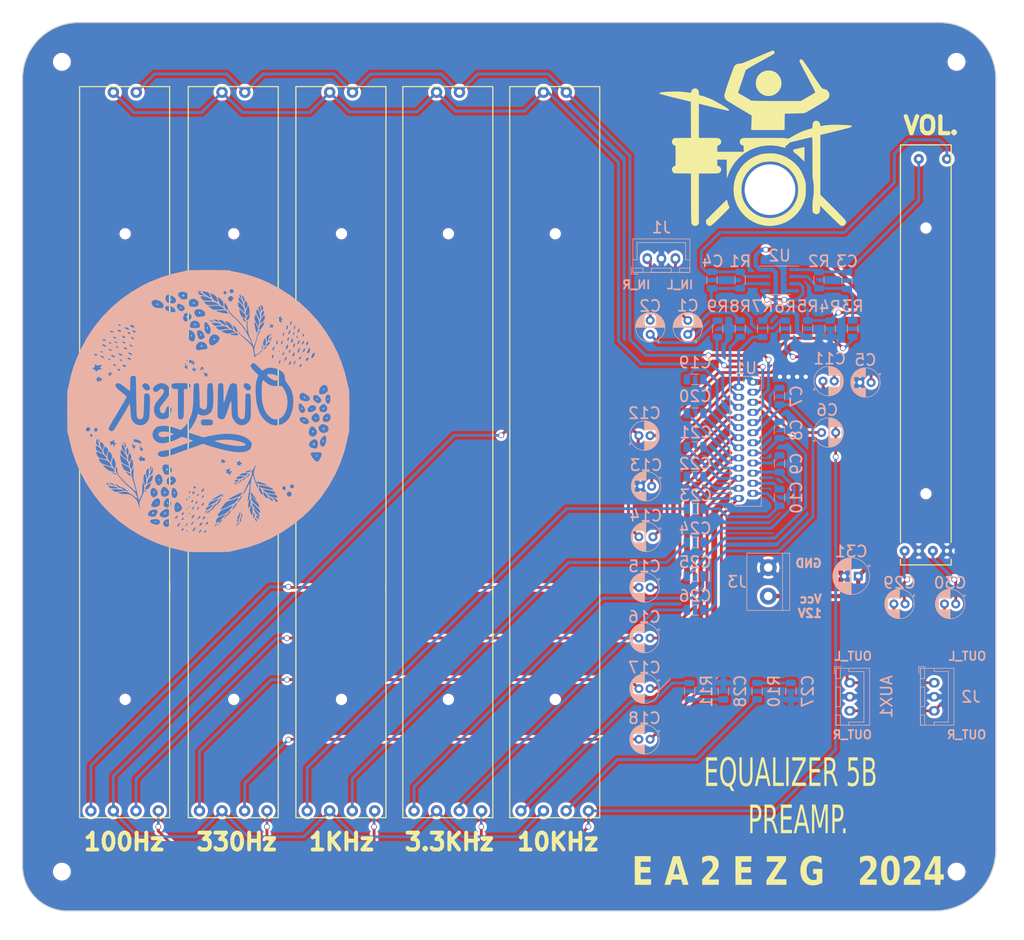
<source format=kicad_pcb>
(kicad_pcb (version 20221018) (generator pcbnew)
  (layers (0 "F.Cu" signal) (31 "B.Cu" signal) (34 "B.Paste" user) (35 "F.Paste" user) (36 "B.SilkS" user "B.Silkscreen") (37 "F.SilkS" user "F.Silkscreen") (38 "B.Mask" user) (39 "F.Mask" user) (44 "Edge.Cuts" user))
  (net 0 "")
  (net 1 "OUTL")
  (net 2 "GND")
  (net 3 "OUTR")
  (net 4 "Net-(C1-Pad1)")
  (net 5 "INL")
  (net 6 "Net-(C2-Pad1)")
  (net 7 "INR")
  (net 8 "Net-(C3-Pad1)")
  (net 9 "Net-(U2A--)")
  (net 10 "Net-(C4-Pad1)")
  (net 11 "Net-(U2B--)")
  (net 12 "Net-(U2A-+)")
  (net 13 "Net-(C6-Pad1)")
  (net 14 "Net-(C11-Pad1)")
  (net 15 "Net-(C7-Pad1)")
  (net 16 "Net-(C26-Pad1)")
  (net 17 "Net-(C25-Pad2)")
  (net 18 "Net-(C8-Pad2)")
  (net 19 "Net-(C9-Pad1)")
  (net 20 "Net-(C24-Pad1)")
  (net 21 "Net-(C10-Pad1)")
  (net 22 "Net-(C10-Pad2)")
  (net 23 "Net-(C11-Pad2)")
  (net 24 "Net-(C12-Pad1)")
  (net 25 "Net-(C12-Pad2)")
  (net 26 "Net-(C13-Pad1)")
  (net 27 "Net-(C14-Pad1)")
  (net 28 "Net-(C15-Pad1)")
  (net 29 "Net-(C15-Pad2)")
  (net 30 "Net-(C16-Pad1)")
  (net 31 "Net-(C16-Pad2)")
  (net 32 "Net-(C17-Pad1)")
  (net 33 "Net-(C17-Pad2)")
  (net 34 "Net-(C18-Pad1)")
  (net 35 "Net-(C18-Pad2)")
  (net 36 "Net-(C19-Pad2)")
  (net 37 "Net-(C20-Pad1)")
  (net 38 "Net-(C21-Pad2)")
  (net 39 "Net-(C22-Pad1)")
  (net 40 "Net-(C23-Pad1)")
  (net 41 "Net-(C24-Pad2)")
  (net 42 "Net-(C25-Pad1)")
  (net 43 "Net-(C26-Pad2)")
  (net 44 "Net-(C27-Pad1)")
  (net 45 "Net-(C28-Pad1)")
  (net 46 "Net-(C29-Pad1)")
  (net 47 "Net-(C30-Pad1)")
  (net 48 "VCC")
  (net 49 "Net-(R8-Pad2)")
  (net 50 "Net-(R9-Pad2)")
  (net 51 "Net-(R10-Pad1)")
  (net 52 "Net-(R11-Pad1)")
  (net 53 "Net-(RV1-Pad3)")
  (net 54 "Net-(RV1-Pad6)")
  (footprint "Libreria_Huellas_GG:Pot_Deslizante_Fader" (layer "F.Cu") (at 51.911 162.718)
    (fp_text reference "RV2" hide)
    (fp_text value "50K" hide)
  )
  (footprint "MountingHole:MountingHole_2.7mm_M2.5" (layer "F.Cu") (at 186.46 29.54)
    (fp_text reference "REF2" hide)
    (fp_text value "MountingHole_2.7mm_M2.5" hide)
  )
  (footprint "MountingHole:MountingHole_2.7mm_M2.5" (layer "F.Cu") (at 186.46 173.54)
    (fp_text reference "REF4" hide)
    (fp_text value "MountingHole_2.7mm_M2.5" hide)
  )
  (footprint "Libreria_Huellas_GG:Pot_Deslizante_Fader" (layer "F.Cu") (at 71.05 162.718)
    (fp_text reference "RV3" hide)
    (fp_text value "50K" hide)
  )
  (footprint "Libreria_Huellas_GG:Pot_Deslizante_Fader" (layer "F.Cu") (at 109.05 162.718)
    (fp_text reference "RV5" hide)
    (fp_text value "50K" hide)
  )
  (footprint "Libreria_Huellas_GG:Pot_Deslizante_Fader" (layer "F.Cu") (at 90.05 162.718)
    (fp_text reference "RV4" hide)
    (fp_text value "50K" hide)
  )
  (footprint "MountingHole:MountingHole_2.7mm_M2.5" (layer "F.Cu") (at 27.46 29.54)
    (fp_text reference "REF1" hide)
    (fp_text value "MountingHole_2.7mm_M2.5" hide)
  )
  (footprint "MountingHole:MountingHole_2.7mm_M2.5" (layer "F.Cu") (at 27.46 173.54)
    (fp_text reference "REF3" hide)
    (fp_text value "MountingHole_2.7mm_M2.5" hide)
  )
  (footprint "Libreria_Huellas_GG:Pot_Deslizante_Fader_Corto" (layer "F.Cu") (at 179.75 116.495)
    (fp_text reference "RV6" hide)
    (fp_text value "20K" hide)
  )
  (footprint "Libreria_Huellas_GG:Pot_Deslizante_Fader" (layer "F.Cu") (at 32.611 162.718)
    (fp_text reference "RV1" hide)
    (fp_text value "50K" hide)
  )
  (footprint "Libreria_Huellas_GG:Logo percusion" (layer "F.Cu") (at 150.762 43.126)
    (fp_text reference "G***" hide)
    (fp_text value "LOGO" hide)
  )
  (footprint "Capacitor_SMD:C_1206_3216Metric" (layer "B.Cu") (at 155 95 90)
    (fp_text reference "C8")
    (fp_text value "1nF")
  )
  (footprint "Capacitor_SMD:C_1206_3216Metric" (layer "B.Cu") (at 140 127 180)
    (fp_text reference "C26")
    (fp_text value "47nF")
  )
  (footprint "Huellas_GG:Oinutsik_Logo" (layer "B.Cu") (at 53.48 91.64 180)
    (fp_text reference "G***" hide)
    (fp_text value "LOGO" hide)
  )
  (footprint "Capacitor_THT:CP_Radial_D5.0mm_P2.00mm" (layer "B.Cu") (at 177.322 125.93 180)
    (fp_text reference "C29")
    (fp_text value "2.2uF")
  )
  (footprint "Resistor_SMD:R_1206_3216Metric" (layer "B.Cu") (at 168 77 90)
    (fp_text reference "R3")
    (fp_text value "4K7")
  )
  (footprint "Capacitor_SMD:C_1206_3216Metric" (layer "B.Cu") (at 140 92 180)
    (fp_text reference "C20")
    (fp_text value "33nF")
  )
  (footprint "Resistor_SMD:R_1206_3216Metric" (layer "B.Cu") (at 151.02 141.44 90)
    (fp_text reference "R10")
    (fp_text value "1K")
  )
  (footprint "Capacitor_SMD:C_1206_3216Metric" (layer "B.Cu") (at 155 101 -90)
    (fp_text reference "C9")
    (fp_text value "3.3nF")
  )
  (footprint "Capacitor_THT:CP_Radial_D5.0mm_P2.00mm" (layer "B.Cu") (at 132.014888 123 180)
    (fp_text reference "C15")
    (fp_text value "1uF")
  )
  (footprint "Capacitor_SMD:C_1206_3216Metric" (layer "B.Cu") (at 140 103.3 180)
    (fp_text reference "C22")
    (fp_text value "10nF")
  )
  (footprint "Capacitor_SMD:C_1206_3216Metric" (layer "B.Cu") (at 140 115 180)
    (fp_text reference "C24")
    (fp_text value "100nF")
  )
  (footprint "Capacitor_THT:CP_Radial_D5.0mm_P2.00mm" (layer "B.Cu") (at 132 150 180)
    (fp_text reference "C18")
    (fp_text value "0.47uF")
  )
  (footprint "Capacitor_THT:CP_Radial_D5.0mm_P2.00mm" (layer "B.Cu") (at 171.275113 86.56 180)
    (fp_text reference "C5")
    (fp_text value "10uF")
  )
  (footprint "Resistor_SMD:R_1206_3216Metric" (layer "B.Cu") (at 164 77 90)
    (fp_text reference "R4")
    (fp_text value "10k")
  )
  (footprint "Resistor_SMD:R_1206_3216Metric" (layer "B.Cu") (at 148 68.35 90)
    (fp_text reference "R1")
    (fp_text value "220K")
  )
  (footprint "Capacitor_THT:CP_Radial_D5.0mm_P2.50mm" (layer "B.Cu") (at 138.7 78 90)
    (fp_text reference "C1")
    (fp_text value "4.7uF")
  )
  (footprint "Capacitor_THT:CP_Radial_D5.0mm_P2.00mm" (layer "B.Cu") (at 132 141 180)
    (fp_text reference "C17")
    (fp_text value "0.47uF")
  )
  (footprint "Capacitor_THT:CP_Radial_D5.0mm_P2.00mm" (layer "B.Cu") (at 132.28 105 180)
    (fp_text reference "C13")
    (fp_text value "10uF")
  )
  (footprint "TerminalBlock:TerminalBlock_bornier-2_P5.08mm" (layer "B.Cu") (at 153 119.46 -90)
    (fp_text reference "J3")
    (fp_text value "Screw_Terminal_01x02")
  )
  (footprint "Capacitor_THT:CP_Radial_D5.0mm_P2.00mm" (layer "B.Cu") (at 131.984888 132 180)
    (fp_text reference "C16")
    (fp_text value "1uF")
  )
  (footprint "Resistor_SMD:R_1206_3216Metric" (layer "B.Cu") (at 160 77 -90)
    (fp_text reference "R5")
    (fp_text value "10k")
  )
  (footprint "Libreria_Huellas_GG:BA3822LS" (layer "B.Cu") (at 149 92.38 90)
    (fp_text reference "U1")
    (fp_text value "BA3822LS")
  )
  (footprint "Capacitor_THT:CP_Radial_D5.0mm_P2.00mm" (layer "B.Cu") (at 162.732 86.306)
    (fp_text reference "C11")
    (fp_text value "2.2uF")
  )
  (footprint "Resistor_SMD:R_1206_3216Metric" (layer "B.Cu") (at 139.02 141.44 -90)
    (fp_text reference "R11")
    (fp_text value "1K")
  )
  (footprint "Capacitor_THT:CP_Radial_D5.0mm_P2.50mm" (layer "B.Cu") (at 132.5 114 180)
    (fp_text reference "C14")
    (fp_text value "4.7uF")
  )
  (footprint "Capacitor_SMD:C_1206_3216Metric" (layer "B.Cu") (at 143 68.35 -90)
    (fp_text reference "C4")
    (fp_text value "22pF")
  )
  (footprint "Resistor_SMD:R_1206_3216Metric" (layer "B.Cu") (at 148 77 -90)
    (fp_text reference "R8")
    (fp_text value "2K2")
  )
  (footprint "Capacitor_SMD:C_1206_3216Metric" (layer "B.Cu") (at 167 68.44 -90)
    (fp_text reference "C3")
    (fp_text value "22pF")
  )
  (footprint "Capacitor_SMD:C_1206_3216Metric" (layer "B.Cu") (at 140 121 180)
    (fp_text reference "C25")
    (fp_text value "47nF")
  )
  (footprint "Capacitor_SMD:C_1206_3216Metric" (layer "B.Cu") (at 140 86 180)
    (fp_text reference "C19")
    (fp_text value "33nF")
  )
  (footprint "Resistor_SMD:R_1206_3216Metric" (layer "B.Cu") (at 144 77 -90)
    (fp_text reference "R9")
    (fp_text value "2K2")
  )
  (footprint "Capacitor_THT:CP_Radial_D5.0mm_P2.50mm" (layer "B.Cu") (at 162.486 95.45)
    (fp_text reference "C6")
    (fp_text value "4.7uF")
  )
  (footprint "Connector_JST:JST_XH_B3B-XH-AM_1x03_P2.50mm_Vertical" (layer "B.Cu") (at 131.5 64.525)
    (fp_text reference "J1")
    (fp_text value "Screw_Terminal_01x03" hide)
  )
  (footprint "Package_SO:SO-8_3.9x4.9mm_P1.27mm" (layer "B.Cu") (at 155.02 68.35 180)
    (fp_text reference "U2")
    (fp_text value "TL072")
  )
  (footprint "Capacitor_SMD:C_1206_3216Metric" (layer "B.Cu") (at 157.02 141.44 -90)
    (fp_text reference "C27")
    (fp_text value "22nF")
  )
  (footprint "Connector_JST:JST_XH_B3B-XH-AM_1x03_P2.50mm_Vertical" (layer "B.Cu") (at 167.495 139.94 -90)
    (fp_text reference "AUX1")
    (fp_text value "Screw_Terminal_01x03")
  )
  (footprint "Connector_JST:JST_XH_B3B-XH-AM_1x03_P2.50mm_Vertical" (layer "B.Cu") (at 182.495 139.94 -90)
    (fp_text reference "J2")
    (fp_text value "Screw_Terminal_01x03")
  )
  (footprint "Capacitor_THT:CP_Radial_D5.0mm_P2.00mm" (layer "B.Cu") (at 130 96)
    (fp_text reference "C12")
    (fp_text value "2.2uF")
  )
  (footprint "Resistor_SMD:R_1206_3216Metric" (layer "B.Cu") (at 156 77 90)
    (fp_text reference "R6")
    (fp_text value "4K7" hide)
  )
  (footprint "Capacitor_SMD:C_1206_3216Metric" (layer "B.Cu") (at 140 109)
    (fp_text reference "C23")
    (fp_text value "100nF")
  )
  (footprint "Capacitor_SMD:C_1206_3216Metric" (layer "B.Cu") (at 155 89 -90)
    (fp_text reference "C7")
    (fp_text value "1nF")
  )
  (footprint "Resistor_SMD:R_1206_3216Metric" (layer "B.Cu") (at 152 77 -90)
    (fp_text reference "R7")
    (fp_text value "220R")
  )
  (footprint "Capacitor_SMD:C_1206_3216Metric" (layer "B.Cu") (at 155 107 90)
    (fp_text reference "C10")
    (fp_text value "3.3nF")
  )
  (footprint "Resistor_SMD:R_1206_3216Metric" (layer "B.Cu") (at 162 68.35 90)
    (fp_text reference "R2")
    (fp_text value "220K")
  )
  (footprint "Capacitor_SMD:C_1206_3216Metric" (layer "B.Cu") (at 140 98)
    (fp_text reference "C21")
    (fp_text value "10nF")
  )
  (footprint "Capacitor_THT:CP_Radial_D6.3mm_P2.50mm" (layer "B.Cu") (at 169 121 180)
    (fp_text reference "C31")
    (fp_text value "100uF")
  )
  (footprint "Capacitor_SMD:C_1206_3216Metric" (layer "B.Cu") (at 145.02 141.44 90)
    (fp_text reference "C28")
    (fp_text value "22nF")
  )
  (footprint "Capacitor_THT:CP_Radial_D5.0mm_P2.00mm" (layer "B.Cu") (at 186.322 125.93 180)
    (fp_text reference "C30")
    (fp_text value "2.2uF")
  )
  (footprint "Capacitor_THT:CP_Radial_D5.0mm_P2.50mm" (layer "B.Cu") (at 132.02 78 90)
    (fp_text reference "C2")
    (fp_text value "4.7uF")
  )
  (gr_line (start 193.46 169.54) (end 193.46 32.54) (stroke (width 0.2)) (layer "Edge.Cuts"))
  (gr_arc (start 20.46 32.54) (mid 23.388932 25.468932) (end 30.46 22.54) (stroke (width 0.2)) (layer "Edge.Cuts"))
  (gr_line (start 28.46 180.54) (end 182.46 180.54) (stroke (width 0.2)) (layer "Edge.Cuts"))
  (gr_line (start 20.46 32.54) (end 20.46 172.54) (stroke (width 0.2)) (layer "Edge.Cuts"))
  (gr_arc (start 28.46 180.54) (mid 22.803146 178.196854) (end 20.46 172.54) (stroke (width 0.2)) (layer "Edge.Cuts"))
  (gr_arc (start 193.46 169.54) (mid 190.238175 177.318175) (end 182.46 180.54) (stroke (width 0.2)) (layer "Edge.Cuts"))
  (gr_line (start 30.46 22.54) (end 183.46 22.54) (stroke (width 0.2)) (layer "Edge.Cuts"))
  (gr_arc (start 183.46 22.54) (mid 190.531068 25.468932) (end 193.46 32.54) (stroke (width 0.2)) (layer "Edge.Cuts"))
  (gr_text "OUT_R" (at 191.91 150.06) (layer "B.SilkS") (effects (font (size 1.5 1.5) (thickness 0.3) bold) (justify left bottom mirror)))
  (gr_text "OUT_R" (at 171.59 150.06) (layer "B.SilkS") (effects (font (size 1.5 1.5) (thickness 0.3) bold) (justify left bottom mirror)))
  (gr_text "IN_R" (at 132.22 70.05) (layer "B.SilkS") (effects (font (size 1.5 1.5) (thickness 0.3) bold) (justify left bottom mirror)))
  (gr_text "12V" (at 162.7 128.47) (layer "B.SilkS") (effects (font (size 1.5 1.5) (thickness 0.375) bold) (justify left bottom mirror)))
  (gr_text "IN_L" (at 139.84 70.05) (layer "B.SilkS") (effects (font (size 1.5 1.5) (thickness 0.3) bold) (justify left bottom mirror)))
  (gr_text "." (at 146.19 109.42) (layer "B.SilkS") (effects (font (size 2 2) (thickness 0.3)) (justify left bottom mirror)))
  (gr_text "OUT_L\n" (at 171.59 136.09) (layer "B.SilkS") (effects (font (size 1.5 1.5) (thickness 0.3) bold) (justify left bottom mirror)))
  (gr_text "GND" (at 162.7 119.58) (layer "B.SilkS") (effects (font (size 1.5 1.5) (thickness 0.375) bold) (justify left bottom mirror)))
  (gr_text "Vcc" (at 162.7 125.93) (layer "B.SilkS") (effects (font (size 1.5 1.5) (thickness 0.375) bold) (justify left bottom mirror)))
  (gr_text "OUT_L\n" (at 191.91 136.09) (layer "B.SilkS") (effects (font (size 1.5 1.5) (thickness 0.3) bold) (justify left bottom mirror)))
  (gr_text "330Hz" (at 51 170) (layer "F.SilkS") (effects (font (size 3 3) (thickness 0.7) bold) (justify left bottom)))
  (gr_text "1KHz" (at 71 170) (layer "F.SilkS") (effects (font (size 3 3) (thickness 0.7) bold) (justify left bottom)))
  (gr_text "10KHz" (at 108 170) (layer "F.SilkS") (effects (font (size 3 3) (thickness 0.7) bold) (justify left bottom)))
  (gr_text "100Hz" (at 31 170) (layer "F.SilkS") (effects (font (size 3 3) (thickness 0.7) bold) (justify left bottom)))
  (gr_text "3.3KHz" (at 88 170) (layer "F.SilkS") (effects (font (size 3 3) (thickness 0.7) bold) (justify left bottom)))
  (gr_text "E A 2 E Z G   2024" (at 156.604 176.73) (layer "F.SilkS") (effects (font (size 5 4) (thickness 0.5) bold) (justify bottom)))
  (gr_text "EQUALIZER 5B \n PREAMP.\n \n  " (at 157.62 184.35) (layer "F.SilkS") (effects (font (size 5 3) (thickness 0.375)) (justify bottom)))
  (gr_text "VOL." (at 176.67 42.618) (layer "F.SilkS") (effects (font (size 3 3) (thickness 0.75) bold) (justify left bottom)))
  (segment (start 182.495 139.94) (end 167.495 139.94) (width 0.508) (layer "F.Cu") (net 1))
  (segment (start 167.018 136.852) (end 167.018 139.463) (width 0.508) (layer "F.Cu") (net 1))
  (segment (start 175.322 125.93) (end 175.322 128.548) (width 0.508) (layer "F.Cu") (net 1))
  (segment (start 167.018 139.463) (end 167.495 139.94) (width 0.508) (layer "F.Cu") (net 1))
  (segment (start 175.322 128.548) (end 167.018 136.852) (width 0.508) (layer "F.Cu") (net 1))
  (segment (start 154.144 86.48) (end 155.08 85.544) (width 1.016) (layer "F.Cu") (net 2))
  (segment (start 150.27 86.48) (end 154.144 86.48) (width 1.016) (layer "F.Cu") (net 2))
  (via (at 158.128 85.544) (size 1) (drill 0.762) (layers "F.Cu" "B.Cu") (net 2))
  (via (at 159.652 85.544) (size 1) (drill 0.762) (layers "F.Cu" "B.Cu") (net 2))
  (via (at 155.08 85.544) (size 1) (drill 0.762) (layers "F.Cu" "B.Cu") (net 2))
  (via (at 153.302 52.27) (size 10) (drill 9) (layers "F.Cu" "B.Cu") (net 2))
  (via (at 156.604 85.544) (size 1) (drill 0.762) (layers "F.Cu" "B.Cu") (net 2))
  (segment (start 185.306 128.978) (end 185.306 142.129) (width 0.508) (layer "F.Cu") (net 3))
  (segment (start 184.322 127.994) (end 185.306 128.978) (width 0.508) (layer "F.Cu") (net 3))
  (segment (start 185.306 142.129) (end 182.495 144.94) (width 0.508) (layer "F.Cu") (net 3))
  (segment (start 167.495 144.94) (end 182.495 144.94) (width 0.508) (layer "F.Cu") (net 3))
  (segment (start 184.322 125.93) (end 184.322 127.994) (width 0.508) (layer "F.Cu") (net 3))
  (segment (start 148 75.5375) (end 146.5765 74.114) (width 0.508) (layer "B.Cu") (net 4))
  (segment (start 146.5765 74.114) (end 142.586 74.114) (width 0.508) (layer "B.Cu") (net 4))
  (segment (start 142.586 74.114) (end 138.7 78) (width 0.508) (layer "B.Cu") (net 4))
  (segment (start 136.5 73.3) (end 138.7 75.5) (width 0.508) (layer "F.Cu") (net 5))
  (segment (start 136.5 64.525) (end 136.5 73.3) (width 0.508) (layer "F.Cu") (net 5))
  (segment (start 144 75.5375) (end 140.0895 79.448) (width 0.508) (layer "B.Cu") (net 6))
  (segment (start 140.0895 79.448) (end 133.468 79.448) (width 0.508) (layer "B.Cu") (net 6))
  (segment (start 133.468 79.448) (end 132.02 78) (width 0.508) (layer "B.Cu") (net 6))
  (segment (start 131.5 64.525) (end 132.02 65.045) (width 0.508) (layer "F.Cu") (net 7))
  (segment (start 132.02 65.045) (end 132.02 75.5) (width 0.508) (layer "F.Cu") (net 7))
  (segment (start 179.75 54.215) (end 167 66.965) (width 0.508) (layer "B.Cu") (net 8))
  (segment (start 162 66.8875) (end 161.3155 66.8875) (width 0.508) (layer "B.Cu") (net 8))
  (segment (start 160.922 66.494) (end 157.644 66.494) (width 0.508) (layer "B.Cu") (net 8))
  (segment (start 162 66.8875) (end 166.9225 66.8875) (width 0.508) (layer "B.Cu") (net 8))
  (segment (start 166.9225 66.8875) (end 167 66.965) (width 0.508) (layer "B.Cu") (net 8))
  (segment (start 161.3155 66.8875) (end 160.922 66.494) (width 0.508) (layer "B.Cu") (net 8))
  (segment (start 179.75 46.805) (end 179.75 54.215) (width 0.508) (layer "B.Cu") (net 8))
  (segment (start 157.644 66.494) (end 157.595 66.445) (width 0.508) (layer "B.Cu") (net 8))
  (segment (start 157.595 67.715) (end 159.9025 67.715) (width 0.508) (layer "B.Cu") (net 9))
  (segment (start 162 69.8125) (end 166.8975 69.8125) (width 0.508) (layer "B.Cu") (net 9))
  (segment (start 159.9025 67.715) (end 162 69.8125) (width 0.508) (layer "B.Cu") (net 9))
  (segment (start 168 75.5375) (end 168 70.915) (width 0.508) (layer "B.Cu") (net 9))
  (segment (start 168 70.915) (end 167 69.915) (width 0.508) (layer "B.Cu") (net 9))
  (segment (start 166.8975 69.8125) (end 167 69.915) (width 0.508) (layer "B.Cu") (net 9))
  (segment (start 175.4 51) (end 175.4 45.92) (width 0.508) (layer "B.Cu") (net 10))
  (segment (start 141.11 65.986) (end 141.11 63.192) (width 0.508) (layer "B.Cu") (net 10))
  (segment (start 148 66.8875) (end 143.0125 66.8875) (width 0.508) (layer "B.Cu") (net 10))
  (segment (start 177.94 43.38) (end 183.401 43.38) (width 0.508) (layer "B.Cu") (net 10))
  (segment (start 147.9875 66.875) (end 148 66.8875) (width 0.508) (layer "B.Cu") (net 10))
  (segment (start 148.8275 67.715) (end 152.445 67.715) (width 0.508) (layer "B.Cu") (net 10))
  (segment (start 143.0125 66.8875) (end 143 66.875) (width 0.508) (layer "B.Cu") (net 10))
  (segment (start 184.75 44.729) (end 184.75 46.805) (width 0.508) (layer "B.Cu") (net 10))
  (segment (start 175.4 45.92) (end 177.94 43.38) (width 0.508) (layer "B.Cu") (net 10))
  (segment (start 183.401 43.38) (end 184.75 44.729) (width 0.508) (layer "B.Cu") (net 10))
  (segment (start 148 66.8875) (end 148.8275 67.715) (width 0.508) (layer "B.Cu") (net 10))
  (segment (start 144.412 59.89) (end 166.51 59.89) (width 0.508) (layer "B.Cu") (net 10))
  (segment (start 141.11 63.192) (end 144.412 59.89) (width 0.508) (layer "B.Cu") (net 10))
  (segment (start 166.51 59.89) (end 175.4 51) (width 0.508) (layer "B.Cu") (net 10))
  (segment (start 143 66.875) (end 141.999 66.875) (width 0.508) (layer "B.Cu") (net 10))
  (segment (start 141.999 66.875) (end 141.11 65.986) (width 0.508) (layer "B.Cu") (net 10))
  (segment (start 143.142 66.733) (end 143 66.875) (width 0.508) (layer "B.Cu") (net 10))
  (segment (start 147.968 73.098) (end 143.65 73.098) (width 0.508) (layer "B.Cu") (net 11))
  (segment (start 156 75.5375) (end 155.1805 75.5375) (width 0.508) (layer "B.Cu") (net 11))
  (segment (start 142.888 72.336) (end 142.888 69.937) (width 0.508) (layer "B.Cu") (net 11))
  (segment (start 142.888 69.937) (end 143 69.825) (width 0.508) (layer "B.Cu") (net 11))
  (segment (start 147.9875 69.825) (end 148 69.8125) (width 0.508) (layer "B.Cu") (net 11))
  (segment (start 150 75.13) (end 147.968 73.098) (width 0.508) (layer "B.Cu") (net 11))
  (segment (start 153.81 76.908) (end 150.762 76.908) (width 0.508) (layer "B.Cu") (net 11))
  (segment (start 155.1805 75.5375) (end 153.81 76.908) (width 0.508) (layer "B.Cu") (net 11))
  (segment (start 148.8275 68.985) (end 152.445 68.985) (width 0.508) (layer "B.Cu") (net 11))
  (segment (start 150 76.146) (end 150 75.13) (width 0.508) (layer "B.Cu") (net 11))
  (segment (start 148 69.8125) (end 148.8275 68.985) (width 0.508) (layer "B.Cu") (net 11))
  (segment (start 150.762 76.908) (end 150 76.146) (width 0.508) (layer "B.Cu") (net 11))
  (segment (start 143.65 73.098) (end 142.888 72.336) (width 0.508) (layer "B.Cu") (net 11))
  (segment (start 143 69.825) (end 147.9875 69.825) (width 0.508) (layer "B.Cu") (net 11))
  (segment (start 171.275113 75.831113) (end 169.558 74.114) (width 0.508) (layer "F.Cu") (net 12))
  (segment (start 171.275113 86.56) (end 171.275113 75.831113) (width 0.508) (layer "F.Cu") (net 12))
  (segment (start 152.794 71.828) (end 155.842 71.828) (width 0.508) (layer "F.Cu") (net 12))
  (segment (start 169.558 74.114) (end 165.494 74.114) (width 0.508) (layer "F.Cu") (net 12))
  (via (at 155.842 71.828) (size 1.016) (drill 0.762) (layers "F.Cu" "B.Cu") (net 12))
  (via (at 165.494 74.114) (size 1.016) (drill 0.762) (layers "F.Cu" "B.Cu") (net 12))
  (via (at 152.794 71.828) (size 1.016) (drill 0.762) (layers "F.Cu" "B.Cu") (net 12))
  (segment (start 158.128 71.828) (end 159.144 70.812) (width 0.508) (layer "B.Cu") (net 12))
  (segment (start 158.587 68.985) (end 157.595 68.985) (width 0.508) (layer "B.Cu") (net 12))
  (segment (start 159.144 69.542) (end 158.587 68.985) (width 0.508) (layer "B.Cu") (net 12))
  (segment (start 152.286 71.32) (end 152.286 70.414) (width 0.508) (layer "B.Cu") (net 12))
  (segment (start 152.794 71.828) (end 152.286 71.32) (width 0.508) (layer "B.Cu") (net 12))
  (segment (start 160 75.5375) (end 160 73.7) (width 0.508) (layer "B.Cu") (net 12))
  (segment (start 165.4235 74.114) (end 164 75.5375) (width 0.508) (layer "B.Cu") (net 12))
  (segment (start 155.842 71.828) (end 158.128 71.828) (width 0.508) (layer "B.Cu") (net 12))
  (segment (start 160 73.7) (end 158.128 71.828) (width 0.508) (layer "B.Cu") (net 12))
  (segment (start 159.144 70.812) (end 159.144 69.542) (width 0.508) (layer "B.Cu") (net 12))
  (segment (start 164 75.5375) (end 160 75.5375) (width 0.508) (layer "B.Cu") (net 12))
  (segment (start 165.494 74.114) (end 165.4235 74.114) (width 0.508) (layer "B.Cu") (net 12))
  (segment (start 152.286 70.414) (end 152.445 70.255) (width 0.508) (layer "B.Cu") (net 12))
  (segment (start 150.27 90.08) (end 151.742 90.08) (width 0.508) (layer "F.Cu") (net 13))
  (segment (start 151.742 90.08) (end 157.112 95.45) (width 0.508) (layer "F.Cu") (net 13))
  (segment (start 157.112 95.45) (end 162.486 95.45) (width 0.508) (layer "F.Cu") (net 13))
  (segment (start 162.486 95.45) (end 162.434 95.502) (width 0.508) (layer "B.Cu") (net 13))
  (segment (start 150.67 90.08) (end 150.27 90.08) (width 0.508) (layer "B.Cu") (net 13))
  (segment (start 44.59 165.554) (end 44.59 166.316) (width 0.508) (layer "F.Cu") (net 14))
  (segment (start 82.944 169.872) (end 101.994 169.872) (width 0.508) (layer "F.Cu") (net 14))
  (segment (start 48.146 169.872) (end 63.894 169.872) (width 0.508) (layer "F.Cu") (net 14))
  (segment (start 82.944 165.554) (end 82.944 169.872) (width 0.508) (layer "F.Cu") (net 14))
  (segment (start 44.59 166.316) (end 48.146 169.872) (width 0.508) (layer "F.Cu") (net 14))
  (segment (start 63.894 165.554) (end 63.894 169.872) (width 0.508) (layer "F.Cu") (net 14))
  (segment (start 63.894 169.872) (end 82.944 169.872) (width 0.508) (layer "F.Cu") (net 14))
  (segment (start 113.896 169.872) (end 116.726 169.872) (width 0.508) (layer "F.Cu") (net 14))
  (segment (start 101.994 169.872) (end 113.896 169.872) (width 0.508) (layer "F.Cu") (net 14))
  (segment (start 164.986 99.768) (end 164.986 95.45) (width 0.508) (layer "F.Cu") (net 14))
  (segment (start 162.732 87.354) (end 164.986 89.608) (width 0.508) (layer "F.Cu") (net 14))
  (segment (start 164.986 89.608) (end 164.986 95.45) (width 0.508) (layer "F.Cu") (net 14))
  (segment (start 116.726 169.872) (end 121.044 165.554) (width 0.508) (layer "F.Cu") (net 14))
  (segment (start 101.994 165.554) (end 101.994 169.872) (width 0.508) (layer "F.Cu") (net 14))
  (segment (start 162.732 86.306) (end 162.732 87.354) (width 0.508) (layer "F.Cu") (net 14))
  (via (at 44.59 165.554) (size 1.016) (drill 0.762) (layers "F.Cu" "B.Cu") (net 14))
  (via (at 63.894 165.554) (size 1.016) (drill 0.762) (layers "F.Cu" "B.Cu") (net 14))
  (via (at 82.944 165.554) (size 1.016) (drill 0.762) (layers "F.Cu" "B.Cu") (net 14))
  (via (at 164.986 99.768) (size 1.016) (drill 0.762) (layers "F.Cu" "B.Cu") (net 14))
  (via (at 121.044 165.554) (size 1.016) (drill 0.762) (layers "F.Cu" "B.Cu") (net 14))
  (via (at 101.994 165.554) (size 1.016) (drill 0.762) (layers "F.Cu" "B.Cu") (net 14))
  (segment (start 121.05 162.718) (end 154.106 162.718) (width 0.508) (layer "B.Cu") (net 14))
  (segment (start 164.986 151.838) (end 164.986 99.768) (width 0.508) (layer "B.Cu") (net 14))
  (segment (start 63.911 162.718) (end 63.911 165.537) (width 0.508) (layer "B.Cu") (net 14))
  (segment (start 121.044 162.724) (end 121.05 162.718) (width 0.508) (layer "B.Cu") (net 14))
  (segment (start 154.106 162.718) (end 164.986 151.838) (width 0.508) (layer "B.Cu") (net 14))
  (segment (start 44.611 162.718) (end 44.611 162.739) (width 0.508) (layer "B.Cu") (net 14))
  (segment (start 101.994 162.76) (end 101.994 165.554) (width 0.508) (layer "B.Cu") (net 14))
  (segment (start 63.911 165.537) (end 63.894 165.554) (width 0.508) (layer "B.Cu") (net 14))
  (segment (start 83.05 162.718) (end 82.986 162.718) (width 0.508) (layer "B.Cu") (net 14))
  (segment (start 121.044 165.554) (end 121.044 162.724) (width 0.508) (layer "B.Cu") (net 14))
  (segment (start 44.59 162.76) (end 44.59 165.554) (width 0.508) (layer "B.Cu") (net 14))
  (segment (start 44.611 162.739) (end 44.59 162.76) (width 0.508) (layer "B.Cu") (net 14))
  (segment (start 102.05 162.718) (end 102.036 162.718) (width 0.508) (layer "B.Cu") (net 14))
  (segment (start 102.036 162.718) (end 101.994 162.76) (width 0.508) (layer "B.Cu") (net 14))
  (segment (start 82.986 162.718) (end 82.944 162.76) (width 0.508) (layer "B.Cu") (net 14))
  (segment (start 82.944 162.76) (end 82.944 165.554) (width 0.508) (layer "B.Cu") (net 14))
  (segment (start 155 87.525) (end 154.623 87.525) (width 0.508) (layer "B.Cu") (net 15))
  (segment (start 154.623 87.525) (end 153.302 88.846) (width 0.508) (layer "B.Cu") (net 15))
  (segment (start 151.008 93.68) (end 150.27 93.68) (width 0.508) (layer "B.Cu") (net 15))
  (segment (start 153.302 88.846) (end 153.302 91.386) (width 0.508) (layer "B.Cu") (net 15))
  (segment (start 153.302 91.386) (end 151.008 93.68) (width 0.508) (layer "B.Cu") (net 15))
  (segment (start 155 90.475) (end 155 91.260866) (width 0.508) (layer "B.Cu") (net 16))
  (segment (start 156.709 90.475) (end 155 90.475) (width 0.508) (layer "B.Cu") (net 16))
  (segment (start 150.780866 95.48) (end 150.27 95.48) (width 0.508) (layer "B.Cu") (net 16))
  (segment (start 143.65 118.31) (end 145.428 116.532) (width 0.508) (layer "B.Cu") (net 16))
  (segment (start 160.922 94.688) (end 156.709 90.475) (width 0.508) (layer "B.Cu") (net 16))
  (segment (start 142.58 127) (end 143.65 125.93) (width 0.508) (layer "B.Cu") (net 16))
  (segment (start 155 91.260866) (end 150.780866 95.48) (width 0.508) (layer "B.Cu") (net 16))
  (segment (start 141.475 127) (end 142.58 127) (width 0.508) (layer "B.Cu") (net 16))
  (segment (start 154.826 116.532) (end 160.922 110.436) (width 0.508) (layer "B.Cu") (net 16))
  (segment (start 145.428 116.532) (end 154.826 116.532) (width 0.508) (layer "B.Cu") (net 16))
  (segment (start 143.65 125.93) (end 143.65 118.31) (width 0.508) (layer "B.Cu") (net 16))
  (segment (start 160.922 110.436) (end 160.922 94.688) (width 0.508) (layer "B.Cu") (net 16))
  (segment (start 155 96.475) (end 152.395 99.08) (width 0.508) (layer "B.Cu") (net 17))
  (segment (start 156.858 96.466) (end 155.009 96.466) (width 0.508) (layer "B.Cu") (net 17))
  (segment (start 145.279 114.246) (end 154.12563 114.246) (width 0.508) (layer "B.Cu") (net 17))
  (segment (start 159.652 99.26) (end 156.858 96.466) (width 0.508) (layer "B.Cu") (net 17))
  (segment (start 138.525 121) (end 145.279 114.246) (width 0.508) (layer "B.Cu") (net 17))
  (segment (start 154.12563 114.246) (end 159.652 108.71963) (width 0.508) (layer "B.Cu") (net 17))
  (segment (start 152.395 99.08) (end 150.27 99.08) (width 0.508) (layer "B.Cu") (net 17))
  (segment (start 155.009 96.466) (end 155 96.475) (width 0.508) (layer "B.Cu") (net 17))
  (segment (start 159.652 108.71963) (end 159.652 99.26) (width 0.508) (layer "B.Cu") (net 17))
  (segment (start 155 93.525) (end 151.245 97.28) (width 0.508) (layer "B.Cu") (net 18))
  (segment (start 151.245 97.28) (end 150.27 97.28) (width 0.508) (layer "B.Cu") (net 18))
  (segment (start 153.645 100.88) (end 150.27 100.88) (width 0.508) (layer "B.Cu") (net 19))
  (segment (start 155 99.525) (end 153.645 100.88) (width 0.508) (layer "B.Cu") (net 19))
  (segment (start 150.475 102.475) (end 150.27 102.68) (width 0.508) (layer "B.Cu") (net 20))
  (segment (start 144.92 112.468) (end 153.556 112.468) (width 0.508) (layer "B.Cu") (net 20))
  (segment (start 157.62 108.404) (end 157.62 105.095) (width 0.508) (layer "B.Cu") (net 20))
  (segment (start 141.475 115) (end 142.388 115) (width 0.508) (layer "B.Cu") (net 20))
  (segment (start 153.556 112.468) (end 157.62 108.404) (width 0.508) (layer "B.Cu") (net 20))
  (segment (start 155 102.475) (end 150.475 102.475) (width 0.508) (layer "B.Cu") (net 20))
  (segment (start 157.62 105.095) (end 155 102.475) (width 0.508) (layer "B.Cu") (net 20))
  (segment (start 142.388 115) (end 144.92 112.468) (width 0.508) (layer "B.Cu") (net 20))
  (segment (start 145.682 110.436) (end 153.039 110.436) (width 0.508) (layer "B.Cu") (net 21))
  (segment (start 155 108.475) (end 152.805 106.28) (width 0.508) (layer "B.Cu") (net 21))
  (segment (start 152.805 106.28) (end 150.27 106.28) (width 0.508) (layer "B.Cu") (net 21))
  (segment (start 144.246 109) (end 145.682 110.436) (width 0.508) (layer "B.Cu") (net 21))
  (segment (start 141.475 109) (end 144.246 109) (width 0.508) (layer "B.Cu") (net 21))
  (segment (start 153.039 110.436) (end 155 108.475) (width 0.508) (layer "B.Cu") (net 21))
  (segment (start 153.955 104.48) (end 150.27 104.48) (width 0.508) (layer "B.Cu") (net 22))
  (segment (start 155 105.525) (end 153.955 104.48) (width 0.508) (layer "B.Cu") (net 22))
  (segment (start 161.54537 81.988) (end 157.366 81.988) (width 0.508) (layer "F.Cu") (net 23))
  (segment (start 164.732 85.17463) (end 161.54537 81.988) (width 0.508) (layer "F.Cu") (net 23))
  (segment (start 164.732 86.306) (end 164.732 85.17463) (width 0.508) (layer "F.Cu") (net 23))
  (via (at 157.366 81.988) (size 1.016) (drill 0.762) (layers "F.Cu" "B.Cu") (net 23))
  (segment (start 156.096 78.5585) (end 156 78.4625) (width 0.508) (layer "B.Cu") (net 23))
  (segment (start 156.096 80.718) (end 156.096 78.5585) (width 0.508) (layer "B.Cu") (net 23))
  (segment (start 157.366 81.988) (end 156.096 80.718) (width 0.508) (layer "B.Cu") (net 23))
  (segment (start 164.732 85.728) (end 164.732 86.306) (width 0.508) (layer "B.Cu") (net 23))
  (segment (start 130 95.77) (end 129.934 95.704) (width 0.508) (layer "F.Cu") (net 24))
  (segment (start 129.196 95.196) (end 130 96) (width 0.508) (layer "F.Cu") (net 24))
  (segment (start 106.312 95.196) (end 129.196 95.196) (width 0.508) (layer "F.Cu") (net 24))
  (segment (start 105.55 95.958) (end 106.312 95.196) (width 0.508) (layer "F.Cu") (net 24))
  (segment (start 130 114) (end 128.156 112.156) (width 0.508) (layer "F.Cu") (net 24))
  (segment (start 130 96) (end 130 95.77) (width 0.508) (layer "F.Cu") (net 24))
  (segment (start 129.892 99.556) (end 129.892 96) (width 0.508) (layer "F.Cu") (net 24))
  (segment (start 128.156 101.292) (end 129.892 99.556) (width 0.508) (layer "F.Cu") (net 24))
  (segment (start 128.156 112.156) (end 128.156 101.292) (width 0.508) (layer "F.Cu") (net 24))
  (via (at 105.55 95.958) (size 1.016) (drill 0.762) (layers "F.Cu" "B.Cu") (net 24))
  (segment (start 98.664 167.332) (end 108.436 167.332) (width 0.508) (layer "B.Cu") (net 24))
  (segment (start 94.05 162.718) (end 98.664 167.332) (width 0.508) (layer "B.Cu") (net 24))
  (segment (start 36.611 162.909) (end 41.034 167.332) (width 0.508) (layer "B.Cu") (net 24))
  (segment (start 75.05 162.718) (end 79.664 167.332) (width 0.508) (layer "B.Cu") (net 24))
  (segment (start 70.436 167.332) (end 75.05 162.718) (width 0.508) (layer "B.Cu") (net 24))
  (segment (start 108.436 167.332) (end 113.05 162.718) (width 0.508) (layer "B.Cu") (net 24))
  (segment (start 79.664 167.332) (end 89.436 167.332) (width 0.508) (layer "B.Cu") (net 24))
  (segment (start 89.436 167.332) (end 94.05 162.718) (width 0.508) (layer "B.Cu") (net 24))
  (segment (start 36.611 162.718) (end 36.611 156.515) (width 0.508) (layer "B.Cu") (net 24))
  (segment (start 41.034 167.332) (end 51.297 167.332) (width 0.508) (layer "B.Cu") (net 24))
  (segment (start 36.611 156.515) (end 97.168 95.958) (width 0.508) (layer "B.Cu") (net 24))
  (segment (start 60.525 167.332) (end 70.436 167.332) (width 0.508) (layer "B.Cu") (net 24))
  (segment (start 129.892 96) (end 130 96) (width 0.508) (layer "B.Cu") (net 24))
  (segment (start 51.297 167.332) (end 55.911 162.718) (width 0.508) (layer "B.Cu") (net 24))
  (segment (start 55.911 162.718) (end 60.525 167.332) (width 0.508) (layer "B.Cu") (net 24))
  (segment (start 97.168 95.958) (end 105.55 95.958) (width 0.508) (layer "B.Cu") (net 24))
  (segment (start 36.611 162.718) (end 36.611 162.909) (width 0.508) (layer "B.Cu") (net 24))
  (segment (start 154.572 80.718) (end 156.604 78.686) (width 0.508) (layer "F.Cu") (net 25))
  (segment (start 132 96) (end 132.94 96) (width 0.508) (layer "F.Cu") (net 25))
  (segment (start 132 95.992) (end 131.966 95.958) (width 0.508) (layer "F.Cu") (net 25))
  (segment (start 132 96) (end 132 95.992) (width 0.508) (layer "F.Cu") (net 25))
  (segment (start 156.604 78.686) (end 164.478 78.686) (width 0.508) (layer "F.Cu") (net 25))
  (segment (start 144.158 84.782) (end 153.556 84.782) (width 0.508) (layer "F.Cu") (net 25))
  (segment (start 164.478 78.686) (end 166.256 80.464) (width 0.508) (layer "F.Cu") (net 25))
  (segment (start 132.94 96) (end 144.158 84.782) (width 0.508) (layer "F.Cu") (net 25))
  (segment (start 154.572 83.766) (end 154.572 80.718) (width 0.508) (layer "F.Cu") (net 25))
  (segment (start 153.556 84.782) (end 154.572 83.766) (width 0.508) (layer "F.Cu") (net 25))
  (via (at 166.256 80.464) (size 1.016) (drill 0.762) (layers "F.Cu" "B.Cu") (net 25))
  (segment (start 166.51 80.464) (end 168 78.974) (width 0.508) (layer "B.Cu") (net 25))
  (segment (start 166.256 80.464) (end 166.51 80.464) (width 0.508) (layer "B.Cu") (net 25))
  (segment (start 168 78.974) (end 168 78.4625) (width 0.508) (layer "B.Cu") (net 25))
  (segment (start 146.386 87.38) (end 147.73 87.38) (width 0.508) (layer "F.Cu") (net 26))
  (segment (start 132.28 105) (end 132.28 101.486) (width 0.508) (layer "F.Cu") (net 26))
  (segment (start 132.28 101.486) (end 146.386 87.38) (width 0.508) (layer "F.Cu") (net 26))
  (segment (start 150.2235 78.4625) (end 152 78.4625) (width 0.508) (layer "B.Cu") (net 26))
  (segment (start 147.73 80.956) (end 150.2235 78.4625) (width 0.508) (layer "B.Cu") (net 26))
  (segment (start 147.73 87.38) (end 147.73 80.956) (width 0.508) (layer "B.Cu") (net 26))
  (segment (start 135.014 103.832) (end 135.014 111.486) (width 0.508) (layer "F.Cu") (net 27))
  (segment (start 146.066 92.78) (end 135.014 103.832) (width 0.508) (layer "F.Cu") (net 27))
  (segment (start 135.014 111.486) (end 132.5 114) (width 0.508) (layer "F.Cu") (net 27))
  (segment (start 147.73 92.78) (end 146.066 92.78) (width 0.508) (layer "F.Cu") (net 27))
  (segment (start 146.784 96.38) (end 147.73 96.38) (width 0.508) (layer "F.Cu") (net 28))
  (segment (start 132.014888 123) (end 135.15 123) (width 0.508) (layer "F.Cu") (net 28))
  (segment (start 137.3 105.864) (end 146.784 96.38) (width 0.508) (layer "F.Cu") (net 28))
  (segment (start 137.3 120.85) (end 137.3 105.864) (width 0.508) (layer "F.Cu") (net 28))
  (segment (start 135.15 123) (end 137.3 120.85) (width 0.508) (layer "F.Cu") (net 28))
  (segment (start 142.634 91.684) (end 142.634 87.159) (width 0.508) (layer "B.Cu") (net 28))
  (segment (start 141.364 86.111) (end 141.475 86) (width 0.508) (layer "B.Cu") (net 28))
  (segment (start 147.33 96.38) (end 142.634 91.684) (width 0.508) (layer "B.Cu") (net 28))
  (segment (start 147.73 96.38) (end 147.33 96.38) (width 0.508) (layer "B.Cu") (net 28))
  (segment (start 142.634 87.159) (end 141.475 86) (width 0.508) (layer "B.Cu") (net 28))
  (segment (start 130.014888 123) (end 67.586 123) (width 0.508) (layer "F.Cu") (net 29))
  (segment (start 67.586 123) (end 67.704 122.882) (width 0.508) (layer "F.Cu") (net 29))
  (via (at 67.704 122.882) (size 1.016) (drill 0.762) (layers "F.Cu" "B.Cu") (net 29))
  (segment (start 32.611 154.673) (end 32.611 162.718) (width 0.508) (layer "B.Cu") (net 29))
  (segment (start 67.704 122.882) (end 64.402 122.882) (width 0.508) (layer "B.Cu") (net 29))
  (segment (start 64.402 122.882) (end 32.611 154.673) (width 0.508) (layer "B.Cu") (net 29))
  (segment (start 146.74 99.98) (end 147.73 99.98) (width 0.508) (layer "F.Cu") (net 30))
  (segment (start 139.84 106.88) (end 146.74 99.98) (width 0.508) (layer "F.Cu") (net 30))
  (segment (start 134.278 132) (end 139.84 126.438) (width 0.508) (layer "F.Cu") (net 30))
  (segment (start 131.984888 132) (end 134.278 132) (width 0.508) (layer "F.Cu") (net 30))
  (segment (start 139.84 126.438) (end 139.84 106.88) (width 0.508) (layer "F.Cu") (net 30))
  (segment (start 138.525 92) (end 146.505 99.98) (width 0.508) (layer "B.Cu") (net 30))
  (segment (start 146.505 99.98) (end 147.73 99.98) (width 0.508) (layer "B.Cu") (net 30))
  (segment (start 67.476 132) (end 67.45 132.026) (width 0.508) (layer "F.Cu") (net 31))
  (segment (start 129.984888 132) (end 67.476 132) (width 0.508) (layer "F.Cu") (net 31))
  (via (at 67.45 132.026) (size 1.016) (drill 0.762) (layers "F.Cu" "B.Cu") (net 31))
  (segment (start 40.636 157.062) (end 40.636 162.718) (width 0.508) (layer "B.Cu") (net 31))
  (segment (start 65.672 132.026) (end 40.636 157.062) (width 0.508) (layer "B.Cu") (net 31))
  (segment (start 67.45 132.026) (end 65.672 132.026) (width 0.508) (layer "B.Cu") (net 31))
  (segment (start 142.126 108.784) (end 147.33 103.58) (width 0.508) (layer "F.Cu") (net 32))
  (segment (start 142.126 131.772) (end 142.126 108.784) (width 0.508) (layer "F.Cu") (net 32))
  (segment (start 147.33 103.58) (end 147.73 103.58) (width 0.508) (layer "F.Cu") (net 32))
  (segment (start 132.898 141) (end 142.126 131.772) (width 0.508) (layer "F.Cu") (net 32))
  (segment (start 132 141) (end 132.898 141) (width 0.508) (layer "F.Cu") (net 32))
  (segment (start 138.525 98) (end 144.105 103.58) (width 0.508) (layer "B.Cu") (net 32))
  (segment (start 144.105 103.58) (end 147.73 103.58) (width 0.508) (layer "B.Cu") (net 32))
  (segment (start 130 141) (end 128.392 139.392) (width 0.508) (layer "F.Cu") (net 33))
  (segment (start 128.392 139.392) (end 67.45 139.392) (width 0.508) (layer "F.Cu") (net 33))
  (via (at 67.45 139.392) (size 1.016) (drill 0.762) (layers "F.Cu" "B.Cu") (net 33))
  (segment (start 67.45 139.392) (end 64.656 139.392) (width 0.508) (layer "B.Cu") (net 33))
  (segment (start 51.911 152.137) (end 51.911 162.718) (width 0.508) (layer "B.Cu") (net 33))
  (segment (start 64.656 139.392) (end 51.911 152.137) (width 0.508) (layer "B.Cu") (net 33))
  (segment (start 144.666 110.214) (end 147.7 107.18) (width 0.508) (layer "F.Cu") (net 34))
  (segment (start 132 150) (end 132.026 150) (width 0.508) (layer "F.Cu") (net 34))
  (segment (start 144.666 137.36) (end 144.666 110.214) (width 0.508) (layer "F.Cu") (net 34))
  (segment (start 132.026 150) (end 144.666 137.36) (width 0.508) (layer "F.Cu") (net 34))
  (segment (start 138.525 103.3) (end 142.405 107.18) (width 0.508) (layer "B.Cu") (net 34))
  (segment (start 142.405 107.18) (end 147.7 107.18) (width 0.508) (layer "B.Cu") (net 34))
  (segment (start 130 150) (end 67.764 150) (width 0.508) (layer "F.Cu") (net 35))
  (segment (start 67.764 150) (end 67.704 150.06) (width 0.508) (layer "F.Cu") (net 35))
  (via (at 67.704 150.06) (size 1.016) (drill 0.762) (layers "F.Cu" "B.Cu") (net 35))
  (segment (start 59.936 157.828) (end 59.936 162.718) (width 0.508) (layer "B.Cu") (net 35))
  (segment (start 67.704 150.06) (end 59.936 157.828) (width 0.508) (layer "B.Cu") (net 35))
  (segment (start 138.525 86) (end 138.772 86) (width 0.508) (layer "B.Cu") (net 36))
  (segment (start 138.525 85.589) (end 139.84 84.274) (width 0.508) (layer "B.Cu") (net 36))
  (segment (start 141.872 84.274) (end 143.904 86.306) (width 0.508) (layer "B.Cu") (net 36))
  (segment (start 139.84 84.274) (end 141.872 84.274) (width 0.508) (layer "B.Cu") (net 36))
  (segment (start 147.33 94.58) (end 147.73 94.58) (width 0.508) (layer "B.Cu") (net 36))
  (segment (start 138.525 86) (end 138.525 85.589) (width 0.508) (layer "B.Cu") (net 36))
  (segment (start 143.904 86.306) (end 143.904 91.154) (width 0.508) (layer "B.Cu") (net 36))
  (segment (start 143.904 91.154) (end 147.33 94.58) (width 0.508) (layer "B.Cu") (net 36))
  (segment (start 147.33 98.18) (end 147.73 98.18) (width 0.508) (layer "B.Cu") (net 37))
  (segment (start 141.475 92) (end 141.475 92.325) (width 0.508) (layer "B.Cu") (net 37))
  (segment (start 141.475 92.325) (end 147.33 98.18) (width 0.508) (layer "B.Cu") (net 37))
  (segment (start 145.255 101.78) (end 147.73 101.78) (width 0.508) (layer "B.Cu") (net 38))
  (segment (start 141.475 98) (end 145.255 101.78) (width 0.508) (layer "B.Cu") (net 38))
  (segment (start 143.555 105.38) (end 147.73 105.38) (width 0.508) (layer "B.Cu") (net 39))
  (segment (start 141.475 103.3) (end 143.555 105.38) (width 0.508) (layer "B.Cu") (net 39))
  (segment (start 138.525 109) (end 117.146 109) (width 0.508) (layer "B.Cu") (net 40))
  (segment (start 117.146 109) (end 71.05 155.096) (width 0.508) (layer "B.Cu") (net 40))
  (segment (start 71.05 155.096) (end 71.05 162.718) (width 0.508) (layer "B.Cu") (net 40))
  (segment (start 79.075 156.977) (end 79.075 162.718) (width 0.508) (layer "B.Cu") (net 41))
  (segment (start 138.525 115) (end 134.961 118.564) (width 0.508) (layer "B.Cu") (net 41))
  (segment (start 134.961 118.564) (end 117.488 118.564) (width 0.508) (layer "B.Cu") (net 41))
  (segment (start 117.488 118.564) (end 79.075 156.977) (width 0.508) (layer "B.Cu") (net 41))
  (segment (start 141.364 121.111) (end 141.364 122.882) (width 0.508) (layer "B.Cu") (net 42))
  (segment (start 90.05 158.448) (end 90.05 162.718) (width 0.508) (layer "B.Cu") (net 42))
  (segment (start 141.364 122.882) (end 139.332 124.914) (width 0.508) (layer "B.Cu") (net 42))
  (segment (start 123.584 124.914) (end 90.05 158.448) (width 0.508) (layer "B.Cu") (net 42))
  (segment (start 139.332 124.914) (end 123.584 124.914) (width 0.508) (layer "B.Cu") (net 42))
  (segment (start 141.475 121) (end 141.364 121.111) (width 0.508) (layer "B.Cu") (net 42))
  (segment (start 132.848051 127) (end 98.075 161.773051) (width 0.508) (layer "B.Cu") (net 43))
  (segment (start 98.075 161.773051) (end 98.075 162.718) (width 0.508) (layer "B.Cu") (net 43))
  (segment (start 138.525 127) (end 132.848051 127) (width 0.508) (layer "B.Cu") (net 43))
  (segment (start 151.02 139.9775) (end 157.0075 139.9775) (width 0.508) (layer "B.Cu") (net 44))
  (segment (start 157.0075 139.9775) (end 157.02 139.965) (width 0.508) (layer "B.Cu") (net 44))
  (segment (start 139.02 142.9025) (end 145.0075 142.9025) (width 0.508) (layer "B.Cu") (net 45))
  (segment (start 145.0075 142.9025) (end 145.02 142.915) (width 0.508) (layer "B.Cu") (net 45))
  (segment (start 177.178 125.93) (end 176.924 125.676) (width 0.508) (layer "F.Cu") (net 46))
  (segment (start 177.178 125.786) (end 177.178 122.12) (width 0.508) (layer "F.Cu") (net 46))
  (segment (start 177.178 122.12) (end 177.686 121.612) (width 0.508) (layer "F.Cu") (net 46))
  (segment (start 177.322 125.93) (end 177.178 125.93) (width 0.508) (layer "F.Cu") (net 46))
  (segment (start 177.322 125.93) (end 177.178 125.786) (width 0.508) (layer "F.Cu") (net 46))
  (via (at 177.686 121.612) (size 1.016) (drill 0.762) (layers "F.Cu" "B.Cu") (net 46))
  (segment (start 177.686 121.612) (end 177.178 121.104) (width 0.508) (layer "B.Cu") (net 46))
  (segment (start 177.178 116.567) (end 177.25 116.495) (width 0.508) (layer "B.Cu") (net 46))
  (segment (start 177.178 121.104) (end 177.178 116.567) (width 0.508) (layer "B.Cu") (net 46))
  (segment (start 186.322 121.866) (end 186.068 121.612) (width 0.508) (layer "F.Cu") (net 47))
  (segment (start 186.322 125.93) (end 186.322 121.866) (width 0.508) (layer "F.Cu") (net 47))
  (via (at 186.068 121.612) (size 1.016) (drill 0.762) (layers "F.Cu" "B.Cu") (net 47))
  (segment (start 182.25 117.794) (end 182.25 116.495) (width 0.508) (layer "B.Cu") (net 47))
  (segment (start 186.068 121.612) (end 182.25 117.794) (width 0.508) (layer "B.Cu") (net 47))
  (segment (start 174.384 115.616) (end 174.384 75.638) (width 0.762) (layer "F.Cu") (net 48))
  (segment (start 174.384 75.638) (end 161.684 62.938) (width 0.762) (layer "F.Cu") (net 48))
  (segment (start 169 121) (end 169.05 120.95) (width 0.762) (layer "F.Cu") (net 48))
  (segment (start 161.684 62.938) (end 152.54 62.938) (width 0.762) (layer "F.Cu") (net 48))
  (segment (start 153 124.54) (end 167.276 124.54) (width 0.762) (layer "F.Cu") (net 48))
  (segment (start 167.276 124.54) (end 169 122.816) (width 0.762) (layer "F.Cu") (net 48))
  (segment (start 169 122.816) (end 169 121) (width 0.762) (layer "F.Cu") (net 48))
  (segment (start 169 121) (end 174.384 115.616) (width 0.762) (layer "F.Cu") (net 48))
  (via (at 152.54 62.938) (size 1.016) (drill 0.762) (layers "F.Cu" "B.Cu") (net 48))
  (segment (start 159.1745 78.4625) (end 158.128 77.416) (width 0.762) (layer "B.Cu") (net 48))
  (segment (start 151.778 62.938) (end 152.54 62.938) (width 0.762) (layer "B.Cu") (net 48))
  (segment (start 152 75.5375) (end 151.9315 75.5375) (width 0.762) (layer "B.Cu") (net 48))
  (segment (start 158.128 77.416) (end 158.128 74.622) (width 0.762) (layer "B.Cu") (net 48))
  (segment (start 154.4395 73.2195) (end 155.334 74.114) (width 0.762) (layer "B.Cu") (net 48))
  (segment (start 155.334 74.114) (end 157.62 74.114) (width 0.762) (layer "B.Cu") (net 48))
  (segment (start 154.318 73.2195) (end 154.4395 73.2195) (width 0.762) (layer "B.Cu") (net 48))
  (segment (start 153.761 66.445) (end 154.318 67.002) (width 0.762) (layer "B.Cu") (net 48))
  (segment (start 154.318 67.002) (end 154.318 73.2195) (width 0.762) (layer "B.Cu") (net 48))
  (segment (start 151.475 66.445) (end 150.762 65.732) (width 0.762) (layer "B.Cu") (net 48))
  (segment (start 157.62 74.114) (end 158.128 74.622) (width 0.762) (layer "B.Cu") (net 48))
  (segment (start 152.445 66.445) (end 151.475 66.445) (width 0.762) (layer "B.Cu") (net 48))
  (segment (start 152.445 66.445) (end 153.761 66.445) (width 0.762) (layer "B.Cu") (net 48))
  (segment (start 150.762 65.732) (end 150.762 63.954) (width 0.762) (layer "B.Cu") (net 48))
  (segment (start 150.762 63.954) (end 151.778 62.938) (width 0.762) (layer "B.Cu") (net 48))
  (segment (start 160 78.4625) (end 159.1745 78.4625) (width 0.762) (layer "B.Cu") (net 48))
  (segment (start 154.318 73.2195) (end 152 75.5375) (width 0.762) (layer "B.Cu") (net 48))
  (segment (start 147.563051 89.18) (end 146.222 87.838949) (width 0.508) (layer "B.Cu") (net 49))
  (segment (start 147.73 89.18) (end 147.563051 89.18) (width 0.508) (layer "B.Cu") (net 49))
  (segment (start 146.222 87.838949) (end 146.222 80.2405) (width 0.508) (layer "B.Cu") (net 49))
  (segment (start 146.222 80.2405) (end 148 78.4625) (width 0.508) (layer "B.Cu") (net 49))
  (segment (start 145.4285 83.7665) (end 145.174 83.512) (width 0.508) (layer "F.Cu") (net 50))
  (segment (start 152.032 83.7665) (end 145.4285 83.7665) (width 0.508) (layer "F.Cu") (net 50))
  (via (at 152.032 83.7665) (size 1.016) (drill 0.762) (layers "F.Cu" "B.Cu") (net 50))
  (via (at 145.174 83.512) (size 1.016) (drill 0.762) (layers "F.Cu" "B.Cu") (net 50))
  (segment (start 152.032 85.798) (end 152.032 87.322) (width 0.508) (layer "B.Cu") (net 50))
  (segment (start 143.904 82.242) (end 143.904 78.5585) (width 0.508) (layer "B.Cu") (net 50))
  (segment (start 152.032 87.322) (end 151.074 88.28) (width 0.508) (layer "B.Cu") (net 50))
  (segment (start 143.904 78.5585) (end 144 78.4625) (width 0.508) (layer "B.Cu") (net 50))
  (segment (start 151.074 88.28) (end 150.27 88.28) (width 0.508) (layer "B.Cu") (net 50))
  (segment (start 145.174 83.512) (end 143.904 82.242) (width 0.508) (layer "B.Cu") (net 50))
  (segment (start 152.032 85.798) (end 152.032 83.7665) (width 0.508) (layer "B.Cu") (net 50))
  (segment (start 140.3065 153.616) (end 127.394 153.616) (width 0.508) (layer "B.Cu") (net 51))
  (segment (start 151.02 142.9025) (end 140.3065 153.616) (width 0.508) (layer "B.Cu") (net 51))
  (segment (start 117.075 162.718) (end 126.177 153.616) (width 0.508) (layer "B.Cu") (net 51))
  (segment (start 126.177 153.616) (end 127.394 153.616) (width 0.508) (layer "B.Cu") (net 51))
  (segment (start 132.728 143.202) (end 128.664 143.202) (width 0.508) (layer "B.Cu") (net 52))
  (segment (start 135.9525 139.9775) (end 132.728 143.202) (width 0.508) (layer "B.Cu") (net 52))
  (segment (start 128.664 143.202) (end 109.148 162.718) (width 0.508) (layer "B.Cu") (net 52))
  (segment (start 109.148 162.718) (end 109.05 162.718) (width 0.508) (layer "B.Cu") (net 52))
  (segment (start 139.02 139.9775) (end 135.9525 139.9775) (width 0.508) (layer "B.Cu") (net 52))
  (segment (start 153.048 82.496) (end 152.286 81.734) (width 0.508) (layer "F.Cu") (net 53))
  (segment (start 150.946 91.88) (end 150.27 91.88) (width 0.508) (layer "F.Cu") (net 53))
  (segment (start 152.286 81.734) (end 142.38 81.734) (width 0.508) (layer "F.Cu") (net 53))
  (via (at 142.38 81.734) (size 1.016) (drill 0.762) (layers "F.Cu" "B.Cu") (net 53))
  (via (at 153.048 82.496) (size 1.016) (drill 0.762) (layers "F.Cu" "B.Cu") (net 53))
  (segment (start 152.032 88.846) (end 153.048 87.83) (width 0.508) (layer "B.Cu") (net 53))
  (segment (start 79.114 34.94) (end 82.358 31.696) (width 0.508) (layer "B.Cu") (net 53))
  (segment (start 63.219 31.696) (end 75.87 31.696) (width 0.508) (layer "B.Cu") (net 53))
  (segment (start 128.41 46.236) (end 117.114 34.94) (width 0.508) (layer "B.Cu") (net 53))
  (segment (start 40.675 34.94) (end 43.919 31.696) (width 0.508) (layer "B.Cu") (net 53))
  (segment (start 56.731 31.696) (end 59.975 34.94) (width 0.508) (layer "B.Cu") (net 53))
  (segment (start 75.87 31.696) (end 79.114 34.94) (width 0.508) (layer "B.Cu") (net 53))
  (segment (start 43.919 31.696) (end 56.731 31.696) (width 0.508) (layer "B.Cu") (net 53))
  (segment (start 94.87 31.696) (end 98.114 34.94) (width 0.508) (layer "B.Cu") (net 53))
  (segment (start 113.87 31.696) (end 117.114 34.94) (width 0.508) (layer "B.Cu") (net 53))
  (segment (start 82.358 31.696) (end 94.87 31.696) (width 0.508) (layer "B.Cu") (net 53))
  (segment (start 153.048 87.83) (end 153.048 82.496) (width 0.508) (layer "B.Cu") (net 53))
  (segment (start 150.946 91.88) (end 152.032 90.794) (width 0.508) (layer "B.Cu") (net 53))
  (segment (start 98.114 34.94) (end 101.358 31.696) (width 0.508) (layer "B.Cu") (net 53))
  (segment (start 142.38 81.734) (end 131.204 81.734) (width 0.508) (layer "B.Cu") (net 53))
  (segment (start 59.975 34.94) (end 63.219 31.696) (width 0.508) (layer "B.Cu") (net 53))
  (segment (start 152.032 90.794) (end 152.032 88.846) (width 0.508) (layer "B.Cu") (net 53))
  (segment (start 131.204 81.734) (end 128.41 78.94) (width 0.508) (layer "B.Cu") (net 53))
  (segment (start 101.358 31.696) (end 113.87 31.696) (width 0.508) (layer "B.Cu") (net 53))
  (segment (start 128.41 78.94) (end 128.41 46.236) (width 0.508) (layer "B.Cu") (net 53))
  (segment (start 73.8 36.19) (end 75.05 34.94) (width 0.508) (layer "B.Cu") (net 54))
  (segment (start 97.41 38.3) (end 94.05 34.94) (width 0.508) (layer "B.Cu") (net 54))
  (segment (start 78.536 38.426) (end 75.05 34.94) (width 0.508) (layer "B.Cu") (net 54))
  (segment (start 144.92 85.29) (end 142.888 83.258) (width 0.508) (layer "B.Cu") (net 54))
  (segment (start 94.05 34.94) (end 90.564 38.426) (width 0.508) (layer "B.Cu") (net 54))
  (segment (start 55.911 34.94) (end 57.435 36.464) (width 0.508) (layer "B.Cu") (net 54))
  (segment (start 147.33 90.98) (end 147.73 90.98) (width 0.508) (layer "B.Cu") (net 54))
  (segment (start 113.05 34.94) (end 109.69 38.3) (width 0.508) (layer "B.Cu") (net 54))
  (segment (start 147.73 90.98) (end 147.308 90.98) (width 0.508) (layer "B.Cu") (net 54))
  (segment (start 126.378 47.444) (end 113.874 34.94) (width 0.508) (layer "B.Cu") (net 54))
  (segment (start 57.435 36.464) (end 57.486 36.464) (width 0.508) (layer "B.Cu") (net 54))
  (segment (start 109.69 38.3) (end 97.41 38.3) (width 0.508) (layer "B.Cu") (net 54))
  (segment (start 90.564 38.426) (end 78.536 38.426) (width 0.508) (layer "B.Cu") (net 54))
  (segment (start 130.442 83.258) (end 126.378 79.194) (width 0.508) (layer "B.Cu") (net 54))
  (segment (start 144.92 88.592) (end 144.92 85.29) (width 0.508) (layer "B.Cu") (net 54))
  (segment (start 40.225 38.554) (end 36.611 34.94) (width 0.508) (layer "B.Cu") (net 54))
  (segment (start 57.486 36.464) (end 59.576 38.554) (width 0.508) (layer "B.Cu") (net 54))
  (segment (start 126.378 79.194) (end 126.378 47.444) (width 0.508) (layer "B.Cu") (net 54))
  (segment (start 52.297 38.554) (end 40.225 38.554) (width 0.508) (layer "B.Cu") (net 54))
  (segment (start 142.888 83.258) (end 130.442 83.258) (width 0.508) (layer "B.Cu") (net 54))
  (segment (start 71.514 38.554) (end 73.8 36.268) (width 0.508) (layer "B.Cu") (net 54))
  (segment (start 59.576 38.554) (end 71.514 38.554) (width 0.508) (layer "B.Cu") (net 54))
  (segment (start 73.8 36.268) (end 73.8 36.19) (width 0.508) (layer "B.Cu") (net 54))
  (segment (start 147.308 90.98) (end 144.92 88.592) (width 0.508) (layer "B.Cu") (net 54))
  (segment (start 113.874 34.94) (end 113.05 34.94) (width 0.508) (layer "B.Cu") (net 54))
  (segment (start 55.911 34.94) (end 52.297 38.554) (width 0.508) (layer "B.Cu") (net 54))
  (zone (net 2) (net_name "GND") (layers "F&B.Cu") (connect_pads (clearance 0.5)) (min_thickness 0.25) (fill yes (thermal_gap 0.5) (thermal_bridge_width 1) (island_removal_mode 1) (island_area_min 9.999999))
    (polygon (pts (xy 16.46 18.54) (xy 198.46 18.54) (xy 198.46 183.54) (xy 16.46 183.54)))
  )
)
</source>
